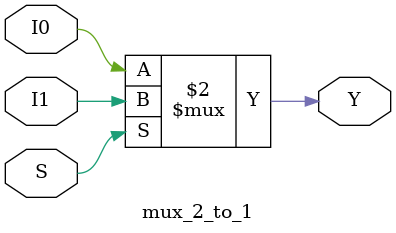
<source format=sv>

module mux_2_to_1(S, I1, I0, Y);
    input S, I1, I0;
    output Y;

    assign Y = ~S ? I0 : I1;
endmodule

</source>
